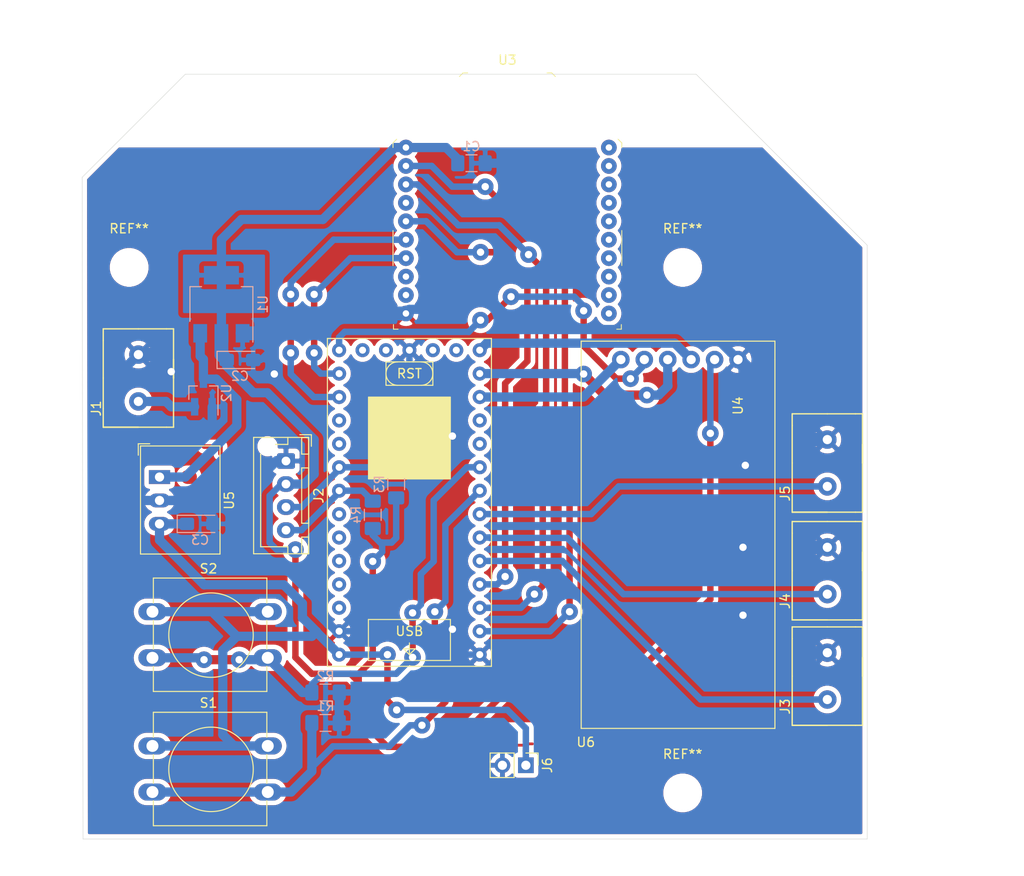
<source format=kicad_pcb>
(kicad_pcb (version 20171130) (host pcbnew 5.1.5-52549c5~84~ubuntu19.04.1)
  (layers (0 F.Cu signal) (31 B.Cu signal) (34 B.Paste user) (35 F.Paste user) (36 B.SilkS user) (37 F.SilkS user) (38 B.Mask user) (39 F.Mask user) (44 Edge.Cuts user))
  (net 0 "")
  (net 1 /PWM0_XBEE)
  (net 2 GND)
  (net 3 /PWM1_XBEE)
  (net 4 /Xbee-reset)
  (net 5 /IO1)
  (net 6 /IO2)
  (net 7 /SDA)
  (net 8 /IO3)
  (net 9 /SCL)
  (net 10 +5V)
  (net 11 /~CS)
  (net 12 /MOSI)
  (net 13 +12V)
  (net 14 /MISO)
  (net 15 /SCK)
  (net 16 "Net-(J1-Pad2)")
  (net 17 /DOUT)
  (net 18 +3V3)
  (net 19 /DIN)
  (net 20 /Bouton1_IN)
  (net 21 /Bouton2_IN)
  (net 22 "Net-(U3-Pad4)")
  (net 23 "Net-(U3-Pad8)")
  (net 24 "Net-(U3-Pad9)")
  (net 25 "Net-(U3-Pad11)")
  (net 26 "Net-(U3-Pad12)")
  (net 27 "Net-(U3-Pad13)")
  (net 28 "Net-(U3-Pad14)")
  (net 29 "Net-(U3-Pad15)")
  (net 30 "Net-(U3-Pad16)")
  (net 31 "Net-(U3-Pad17)")
  (net 32 "Net-(U3-Pad18)")
  (net 33 "Net-(U3-Pad19)")
  (net 34 "Net-(U3-Pad20)")
  (net 35 "Net-(U6-Pad33)")
  (net 36 "Net-(U6-Pad32)")
  (net 37 "Net-(U6-Pad30)")
  (net 38 "Net-(U6-Pad29)")
  (net 39 "Net-(U6-Pad26)")
  (net 40 "Net-(U6-Pad25)")
  (net 41 "Net-(U6-Pad24)")
  (net 42 "Net-(U6-Pad23)")
  (net 43 "Net-(U6-Pad22)")
  (net 44 "Net-(U6-Pad19)")
  (net 45 "Net-(U6-Pad18)")
  (net 46 "Net-(U6-Pad11)")
  (net 47 "Net-(U6-Pad10)")
  (module Capteurs:HW-125 (layer F.Cu) (at 224 66 270)
    (fp_text reference U4 (at 5 0 90) (layer F.SilkS))
    (fp_text value SD_card)
    (pad 6 thru_hole circle (at 0 12.7 270) (size 1.9 1.9) (drill 1) (layers *.Cu *.Mask) (net 11 /~CS))
    (pad 5 thru_hole circle (at 0 10.16 270) (size 1.9 1.9) (drill 1) (layers *.Cu *.Mask) (net 15 /SCK))
    (pad 4 thru_hole circle (at 0 7.62 270) (size 1.9 1.9) (drill 1) (layers *.Cu *.Mask) (net 12 /MOSI))
    (pad 3 thru_hole circle (at 0 5.08 270) (size 1.9 1.9) (drill 1) (layers *.Cu *.Mask) (net 14 /MISO))
    (pad 2 thru_hole circle (at 0 2.54 270) (size 1.9 1.9) (drill 1) (layers *.Cu *.Mask) (net 18 +3V3))
    (pad 1 thru_hole circle (at 0 0 270) (size 1.9 1.9) (drill 1) (layers *.Cu *.Mask) (net 2 GND))
  )
  (module Package_TO_SOT_SMD:SOT-23_Handsoldering (layer B.Cu) (at 166.05 69.62 90)
    (fp_text reference U2 (at 0 2.5 270) (layer B.SilkS) (effects (justify mirror)))
    (fp_text value PMOS)
    (pad 2 smd rect (at 1.5 0 90) (size 1.9 0.8) (layers B.Cu B.Paste B.Mask) (net 13 +12V))
    (pad 3 smd rect (at -1.5 -0.95 90) (size 1.9 0.8) (layers B.Cu B.Paste B.Mask) (net 16 "Net-(J1-Pad2)"))
    (pad 1 smd rect (at -1.5 0.95 90) (size 1.9 0.8) (layers B.Cu B.Paste B.Mask) (net 2 GND))
  )
  (module Connector_PinHeader_2.54mm:PinHeader_1x02_P2.54mm_Vertical (layer F.Cu) (at 201 110 270)
    (fp_text reference J6 (at 0 -2.33 90) (layer F.SilkS))
    (fp_text value Conn_01x02)
    (pad 2 thru_hole oval (at 0 2.54 270) (size 1.7 1.7) (drill 1) (layers *.Cu *.Mask) (net 2 GND))
    (pad 1 thru_hole rect (at 0 0 270) (size 1.7 1.7) (drill 1) (layers *.Cu *.Mask) (net 10 +5V))
  )
  (module MountingHole:MountingHole_3.2mm_M3 (layer F.Cu) (at 158 56)
    (fp_text reference REF** (at 0 -4.2) (layer F.SilkS))
    (fp_text value MountingHole_3.2mm_M3)
    (pad 1 np_thru_hole circle (at 0 0) (size 3.2 3.2) (drill 3.2) (layers *.Cu *.Mask))
  )
  (module MountingHole:MountingHole_3.2mm_M3 (layer F.Cu) (at 218 113)
    (fp_text reference REF** (at 0 -4.2) (layer F.SilkS))
    (fp_text value MountingHole_3.2mm_M3)
    (pad 1 np_thru_hole circle (at 0 0) (size 3.2 3.2) (drill 3.2) (layers *.Cu *.Mask))
  )
  (module MountingHole:MountingHole_3.2mm_M3 (layer F.Cu) (at 218 56)
    (fp_text reference REF** (at 0 -4.2) (layer F.SilkS))
    (fp_text value MountingHole_3.2mm_M3)
    (pad 1 np_thru_hole circle (at 0 0) (size 3.2 3.2) (drill 3.2) (layers *.Cu *.Mask))
  )
  (module RTS:TEENSY3.2_RTS (layer F.Cu) (at 196 98 180)
    (fp_text reference U6 (at -11.5 -9.5) (layer F.SilkS))
    (fp_text value TEENSY3.2)
    (fp_text user RST (at 7.62 30.48) (layer F.SilkS))
    (fp_text user USB (at 7.62 2.54) (layer F.SilkS))
    (pad 33 thru_hole circle (at 12.7 33.02 180) (size 1.524 1.524) (drill 0.762) (layers *.Cu *.Mask) (net 35 "Net-(U6-Pad33)"))
    (pad 32 thru_hole circle (at 10.16 33.02 180) (size 1.524 1.524) (drill 0.762) (layers *.Cu *.Mask) (net 36 "Net-(U6-Pad32)"))
    (pad 31 thru_hole circle (at 7.62 33.02 180) (size 1.524 1.524) (drill 0.762) (layers *.Cu *.Mask) (net 2 GND))
    (pad 30 thru_hole circle (at 5.08 33.02 180) (size 1.524 1.524) (drill 0.762) (layers *.Cu *.Mask) (net 37 "Net-(U6-Pad30)"))
    (pad 29 thru_hole circle (at 2.54 33.02 180) (size 1.524 1.524) (drill 0.762) (layers *.Cu *.Mask) (net 38 "Net-(U6-Pad29)"))
    (pad 28 thru_hole circle (at 15.24 0 180) (size 1.524 1.524) (drill 0.762) (layers *.Cu *.Mask) (net 10 +5V))
    (pad 27 thru_hole circle (at 15.24 2.54 180) (size 1.524 1.524) (drill 0.762) (layers *.Cu *.Mask) (net 2 GND))
    (pad 26 thru_hole circle (at 15.24 5.08 180) (size 1.524 1.524) (drill 0.762) (layers *.Cu *.Mask) (net 39 "Net-(U6-Pad26)"))
    (pad 25 thru_hole circle (at 15.24 7.62 180) (size 1.524 1.524) (drill 0.762) (layers *.Cu *.Mask) (net 40 "Net-(U6-Pad25)"))
    (pad 24 thru_hole circle (at 15.24 10.16 180) (size 1.524 1.524) (drill 0.762) (layers *.Cu *.Mask) (net 41 "Net-(U6-Pad24)"))
    (pad 23 thru_hole circle (at 15.24 12.7 180) (size 1.524 1.524) (drill 0.762) (layers *.Cu *.Mask) (net 42 "Net-(U6-Pad23)"))
    (pad 22 thru_hole circle (at 15.24 15.24 180) (size 1.524 1.524) (drill 0.762) (layers *.Cu *.Mask) (net 43 "Net-(U6-Pad22)"))
    (pad 21 thru_hole circle (at 15.24 17.78 180) (size 1.524 1.524) (drill 0.762) (layers *.Cu *.Mask) (net 9 /SCL))
    (pad 20 thru_hole circle (at 15.24 20.32 180) (size 1.524 1.524) (drill 0.762) (layers *.Cu *.Mask) (net 7 /SDA))
    (pad 19 thru_hole circle (at 15.24 22.86 180) (size 1.524 1.524) (drill 0.762) (layers *.Cu *.Mask) (net 44 "Net-(U6-Pad19)"))
    (pad 18 thru_hole circle (at 15.24 25.4 180) (size 1.524 1.524) (drill 0.762) (layers *.Cu *.Mask) (net 45 "Net-(U6-Pad18)"))
    (pad 17 thru_hole circle (at 15.24 27.94 180) (size 1.524 1.524) (drill 0.762) (layers *.Cu *.Mask) (net 1 /PWM0_XBEE))
    (pad 16 thru_hole circle (at 15.24 30.48 180) (size 1.524 1.524) (drill 0.762) (layers *.Cu *.Mask) (net 3 /PWM1_XBEE))
    (pad 15 thru_hole circle (at 15.24 33.02 180) (size 1.524 1.524) (drill 0.762) (layers *.Cu *.Mask) (net 15 /SCK))
    (pad 14 thru_hole circle (at 0 33.02 180) (size 1.524 1.524) (drill 0.762) (layers *.Cu *.Mask) (net 14 /MISO))
    (pad 13 thru_hole circle (at 0 30.48 180) (size 1.524 1.524) (drill 0.762) (layers *.Cu *.Mask) (net 12 /MOSI))
    (pad 12 thru_hole circle (at 0 27.94 180) (size 1.524 1.524) (drill 0.762) (layers *.Cu *.Mask) (net 11 /~CS))
    (pad 11 thru_hole circle (at 0 25.4 180) (size 1.524 1.524) (drill 0.762) (layers *.Cu *.Mask) (net 46 "Net-(U6-Pad11)"))
    (pad 10 thru_hole circle (at 0 22.86 180) (size 1.524 1.524) (drill 0.762) (layers *.Cu *.Mask) (net 47 "Net-(U6-Pad10)"))
    (pad 9 thru_hole circle (at 0 20.32 180) (size 1.524 1.524) (drill 0.762) (layers *.Cu *.Mask) (net 21 /Bouton2_IN))
    (pad 8 thru_hole circle (at 0 17.78 180) (size 1.524 1.524) (drill 0.762) (layers *.Cu *.Mask) (net 20 /Bouton1_IN))
    (pad 7 thru_hole circle (at 0 15.24 180) (size 1.524 1.524) (drill 0.762) (layers *.Cu *.Mask) (net 8 /IO3))
    (pad 6 thru_hole circle (at 0 12.7 180) (size 1.524 1.524) (drill 0.762) (layers *.Cu *.Mask) (net 6 /IO2))
    (pad 5 thru_hole circle (at 0 10.16 180) (size 1.524 1.524) (drill 0.762) (layers *.Cu *.Mask) (net 5 /IO1))
    (pad 4 thru_hole circle (at 0 7.62 180) (size 1.524 1.524) (drill 0.762) (layers *.Cu *.Mask) (net 4 /Xbee-reset))
    (pad 3 thru_hole circle (at 0 5.08 180) (size 1.524 1.524) (drill 0.762) (layers *.Cu *.Mask) (net 19 /DIN))
    (pad 2 thru_hole circle (at 0 2.54 180) (size 1.524 1.524) (drill 0.762) (layers *.Cu *.Mask) (net 17 /DOUT))
    (pad 1 thru_hole circle (at 0 0 180) (size 1.524 1.524) (drill 0.762) (layers *.Cu *.Mask) (net 2 GND))
  )
  (module Converter_DCDC:Converter_DCDC_RECOM_R-78E-0.5_THT (layer F.Cu) (at 161.29 78.74 270)
    (fp_text reference U5 (at 2.54 -7.56 90) (layer F.SilkS))
    (fp_text value R-78C5.0-1.0)
    (pad 3 thru_hole oval (at 5.08 0 270) (size 1.5 2.3) (drill 1) (layers *.Cu *.Mask) (net 10 +5V))
    (pad 2 thru_hole oval (at 2.54 0 270) (size 1.5 2.3) (drill 1) (layers *.Cu *.Mask) (net 2 GND))
    (pad 1 thru_hole rect (at 0 0 270) (size 1.5 2.3) (drill 1) (layers *.Cu *.Mask) (net 13 +12V))
  )
  (module digikey-footprints:XBEE-20_THT (layer F.Cu) (at 199 52)
    (fp_text reference U3 (at 0 -18.49) (layer F.SilkS))
    (fp_text value Xbee802.15.4)
    (pad 20 thru_hole circle (at 11 -9) (size 1.7 1.7) (drill 0.7) (layers *.Cu *.Mask) (net 34 "Net-(U3-Pad20)"))
    (pad 19 thru_hole circle (at 11 -7) (size 1.7 1.7) (drill 0.7) (layers *.Cu *.Mask) (net 33 "Net-(U3-Pad19)"))
    (pad 18 thru_hole circle (at 11 -5) (size 1.7 1.7) (drill 0.7) (layers *.Cu *.Mask) (net 32 "Net-(U3-Pad18)"))
    (pad 17 thru_hole circle (at 11 -3) (size 1.7 1.7) (drill 0.7) (layers *.Cu *.Mask) (net 31 "Net-(U3-Pad17)"))
    (pad 16 thru_hole circle (at 11 -1) (size 1.7 1.7) (drill 0.7) (layers *.Cu *.Mask) (net 30 "Net-(U3-Pad16)"))
    (pad 15 thru_hole circle (at 11 1) (size 1.7 1.7) (drill 0.7) (layers *.Cu *.Mask) (net 29 "Net-(U3-Pad15)"))
    (pad 14 thru_hole circle (at 11 3) (size 1.7 1.7) (drill 0.7) (layers *.Cu *.Mask) (net 28 "Net-(U3-Pad14)"))
    (pad 13 thru_hole circle (at 11 5) (size 1.7 1.7) (drill 0.7) (layers *.Cu *.Mask) (net 27 "Net-(U3-Pad13)"))
    (pad 12 thru_hole circle (at 11 7) (size 1.7 1.7) (drill 0.7) (layers *.Cu *.Mask) (net 26 "Net-(U3-Pad12)"))
    (pad 11 thru_hole circle (at 11 9) (size 1.7 1.7) (drill 0.7) (layers *.Cu *.Mask) (net 25 "Net-(U3-Pad11)"))
    (pad 10 thru_hole circle (at -11 9) (size 1.7 1.7) (drill 0.7) (layers *.Cu *.Mask) (net 2 GND))
    (pad 9 thru_hole circle (at -11 7) (size 1.7 1.7) (drill 0.7) (layers *.Cu *.Mask) (net 24 "Net-(U3-Pad9)"))
    (pad 8 thru_hole circle (at -11 5) (size 1.7 1.7) (drill 0.7) (layers *.Cu *.Mask) (net 23 "Net-(U3-Pad8)"))
    (pad 7 thru_hole circle (at -11 3) (size 1.7 1.7) (drill 0.7) (layers *.Cu *.Mask) (net 3 /PWM1_XBEE))
    (pad 6 thru_hole circle (at -11 1) (size 1.7 1.7) (drill 0.7) (layers *.Cu *.Mask) (net 1 /PWM0_XBEE))
    (pad 5 thru_hole circle (at -11 -1) (size 1.7 1.7) (drill 0.7) (layers *.Cu *.Mask) (net 4 /Xbee-reset))
    (pad 4 thru_hole circle (at -11 -3) (size 1.7 1.7) (drill 0.7) (layers *.Cu *.Mask) (net 22 "Net-(U3-Pad4)"))
    (pad 3 thru_hole circle (at -11 -5) (size 1.7 1.7) (drill 0.7) (layers *.Cu *.Mask) (net 19 /DIN))
    (pad 2 thru_hole circle (at -11 -7) (size 1.7 1.7) (drill 0.7) (layers *.Cu *.Mask) (net 17 /DOUT))
    (pad 1 thru_hole circle (at -11 -9) (size 1.7 1.7) (drill 0.7) (layers *.Cu *.Mask) (net 18 +3V3))
  )
  (module Package_TO_SOT_SMD:SOT-223-3_TabPin2 (layer B.Cu) (at 168 60 90)
    (fp_text reference U1 (at 0 4.5 270) (layer B.SilkS) (effects (justify mirror)))
    (fp_text value AMS1117-3.3)
    (pad 1 smd rect (at -3.15 2.3 90) (size 2 1.5) (layers B.Cu B.Paste B.Mask) (net 2 GND))
    (pad 3 smd rect (at -3.15 -2.3 90) (size 2 1.5) (layers B.Cu B.Paste B.Mask) (net 13 +12V))
    (pad 2 smd rect (at -3.15 0 90) (size 2 1.5) (layers B.Cu B.Paste B.Mask) (net 18 +3V3))
    (pad 2 smd rect (at 3.15 0 90) (size 2 3.8) (layers B.Cu B.Paste B.Mask) (net 18 +3V3))
  )
  (module Button_Switch_THT:SW_PUSH-12mm (layer F.Cu) (at 160.524 93.344)
    (fp_text reference S2 (at 6.08 -4.66) (layer F.SilkS))
    (fp_text value GPTS203211B)
    (pad 2 thru_hole oval (at 0 5) (size 3.048 1.85) (drill 1.3) (layers *.Cu *.Mask) (net 21 /Bouton2_IN))
    (pad 1 thru_hole oval (at 0 0) (size 3.048 1.85) (drill 1.3) (layers *.Cu *.Mask) (net 10 +5V))
    (pad 2 thru_hole oval (at 12.5 5) (size 3.048 1.85) (drill 1.3) (layers *.Cu *.Mask) (net 21 /Bouton2_IN))
    (pad 1 thru_hole oval (at 12.5 0) (size 3.048 1.85) (drill 1.3) (layers *.Cu *.Mask) (net 10 +5V))
  )
  (module Button_Switch_THT:SW_PUSH-12mm (layer F.Cu) (at 160.524 107.904)
    (fp_text reference S1 (at 6.08 -4.66) (layer F.SilkS))
    (fp_text value GPTS203211B)
    (pad 2 thru_hole oval (at 0 5) (size 3.048 1.85) (drill 1.3) (layers *.Cu *.Mask) (net 20 /Bouton1_IN))
    (pad 1 thru_hole oval (at 0 0) (size 3.048 1.85) (drill 1.3) (layers *.Cu *.Mask) (net 10 +5V))
    (pad 2 thru_hole oval (at 12.5 5) (size 3.048 1.85) (drill 1.3) (layers *.Cu *.Mask) (net 20 /Bouton1_IN))
    (pad 1 thru_hole oval (at 12.5 0) (size 3.048 1.85) (drill 1.3) (layers *.Cu *.Mask) (net 10 +5V))
  )
  (module Resistor_SMD:R_1206_3216Metric_Pad1.42x1.75mm_HandSolder (layer B.Cu) (at 184.404 82.8405 270)
    (fp_text reference R4 (at 0 1.82 90) (layer B.SilkS) (effects (justify mirror)))
    (fp_text value R)
    (pad 2 smd roundrect (at 1.4875 0 270) (size 1.425 1.75) (layers B.Cu B.Paste B.Mask) (roundrect_rratio 0.175439) (net 18 +3V3))
    (pad 1 smd roundrect (at -1.4875 0 270) (size 1.425 1.75) (layers B.Cu B.Paste B.Mask) (roundrect_rratio 0.175439) (net 9 /SCL))
  )
  (module Resistor_SMD:R_1206_3216Metric_Pad1.42x1.75mm_HandSolder (layer B.Cu) (at 186.944 79.5125 270)
    (fp_text reference R3 (at 0 1.82 270) (layer B.SilkS) (effects (justify mirror)))
    (fp_text value R)
    (pad 2 smd roundrect (at 1.4875 0 270) (size 1.425 1.75) (layers B.Cu B.Paste B.Mask) (roundrect_rratio 0.175439) (net 18 +3V3))
    (pad 1 smd roundrect (at -1.4875 0 270) (size 1.425 1.75) (layers B.Cu B.Paste B.Mask) (roundrect_rratio 0.175439) (net 7 /SDA))
  )
  (module Resistor_SMD:R_1206_3216Metric_Pad1.42x1.75mm_HandSolder (layer B.Cu) (at 179.2875 102.108 180)
    (fp_text reference R2 (at 0 1.82) (layer B.SilkS) (effects (justify mirror)))
    (fp_text value "1kR pull-down")
    (pad 2 smd roundrect (at 1.4875 0 180) (size 1.425 1.75) (layers B.Cu B.Paste B.Mask) (roundrect_rratio 0.175439) (net 21 /Bouton2_IN))
    (pad 1 smd roundrect (at -1.4875 0 180) (size 1.425 1.75) (layers B.Cu B.Paste B.Mask) (roundrect_rratio 0.175439) (net 2 GND))
  )
  (module Resistor_SMD:R_1206_3216Metric_Pad1.42x1.75mm_HandSolder (layer B.Cu) (at 179.2875 105.41 180)
    (fp_text reference R1 (at 0 1.82) (layer B.SilkS) (effects (justify mirror)))
    (fp_text value "1kR pull-down")
    (pad 2 smd roundrect (at 1.4875 0 180) (size 1.425 1.75) (layers B.Cu B.Paste B.Mask) (roundrect_rratio 0.175439) (net 20 /Bouton1_IN))
    (pad 1 smd roundrect (at -1.4875 0 180) (size 1.425 1.75) (layers B.Cu B.Paste B.Mask) (roundrect_rratio 0.175439) (net 2 GND))
  )
  (module rex:BatConn (layer F.Cu) (at 233.68 77.216 90)
    (fp_text reference J5 (at -3.302 -4.572 90) (layer F.SilkS))
    (fp_text value Conn_01x02)
    (pad 2 thru_hole circle (at -2.54 0 90) (size 2 2) (drill 1) (layers *.Cu *.Mask) (net 8 /IO3))
    (pad 1 thru_hole circle (at 2.54 0 90) (size 2 2) (drill 1) (layers *.Cu *.Mask) (net 2 GND))
  )
  (module rex:BatConn (layer F.Cu) (at 233.68 88.9 90)
    (fp_text reference J4 (at -3.302 -4.572 90) (layer F.SilkS))
    (fp_text value Conn_01x02)
    (pad 2 thru_hole circle (at -2.54 0 90) (size 2 2) (drill 1) (layers *.Cu *.Mask) (net 6 /IO2))
    (pad 1 thru_hole circle (at 2.54 0 90) (size 2 2) (drill 1) (layers *.Cu *.Mask) (net 2 GND))
  )
  (module rex:BatConn (layer F.Cu) (at 233.68 100.33 90)
    (fp_text reference J3 (at -3.302 -4.572 90) (layer F.SilkS))
    (fp_text value Conn_01x02)
    (pad 2 thru_hole circle (at -2.54 0 90) (size 2 2) (drill 1) (layers *.Cu *.Mask) (net 5 /IO1))
    (pad 1 thru_hole circle (at 2.54 0 90) (size 2 2) (drill 1) (layers *.Cu *.Mask) (net 2 GND))
  )
  (module Connector_JST:JST_XH_B4B-XH-AM_1x04_P2.50mm_Vertical (layer F.Cu) (at 175 77 270)
    (fp_text reference J2 (at 3.75 -3.55 90) (layer F.SilkS))
    (fp_text value Conn_01x04)
    (pad "" np_thru_hole circle (at -1.6 2 270) (size 1.2 1.2) (drill 1.2) (layers *.Cu *.Mask))
    (pad 4 thru_hole oval (at 7.5 0 270) (size 1.7 1.95) (drill 0.95) (layers *.Cu *.Mask) (net 9 /SCL))
    (pad 3 thru_hole oval (at 5 0 270) (size 1.7 1.95) (drill 0.95) (layers *.Cu *.Mask) (net 7 /SDA))
    (pad 2 thru_hole oval (at 2.5 0 270) (size 1.7 1.95) (drill 0.95) (layers *.Cu *.Mask) (net 18 +3V3))
    (pad 1 thru_hole roundrect (at 0 0 270) (size 1.7 1.95) (drill 0.95) (layers *.Cu *.Mask) (roundrect_rratio 0.147059) (net 2 GND))
  )
  (module rex:BatConn (layer F.Cu) (at 159 68 90)
    (fp_text reference J1 (at -3.302 -4.572 90) (layer F.SilkS))
    (fp_text value Conn_01x02)
    (pad 2 thru_hole circle (at -2.54 0 90) (size 2 2) (drill 1) (layers *.Cu *.Mask) (net 16 "Net-(J1-Pad2)"))
    (pad 1 thru_hole circle (at 2.54 0 90) (size 2 2) (drill 1) (layers *.Cu *.Mask) (net 2 GND))
  )
  (module Capacitor_Tantalum_SMD:CP_EIA-3216-18_Kemet-A_Pad1.58x1.35mm_HandSolder (layer B.Cu) (at 165.6945 83.82)
    (fp_text reference C3 (at 0 1.75) (layer B.SilkS) (effects (justify mirror)))
    (fp_text value "10uf MLCC")
    (pad 2 smd roundrect (at 1.4375 0) (size 1.575 1.35) (layers B.Cu B.Paste B.Mask) (roundrect_rratio 0.185185) (net 2 GND))
    (pad 1 smd roundrect (at -1.4375 0) (size 1.575 1.35) (layers B.Cu B.Paste B.Mask) (roundrect_rratio 0.185185) (net 10 +5V))
  )
  (module Capacitor_Tantalum_SMD:CP_EIA-3216-18_Kemet-A_Pad1.58x1.35mm_HandSolder (layer B.Cu) (at 170.0125 66.04)
    (fp_text reference C2 (at 0 1.75) (layer B.SilkS) (effects (justify mirror)))
    (fp_text value 10uF_tantalum_AMS1117)
    (pad 2 smd roundrect (at 1.4375 0) (size 1.575 1.35) (layers B.Cu B.Paste B.Mask) (roundrect_rratio 0.185185) (net 2 GND))
    (pad 1 smd roundrect (at -1.4375 0) (size 1.575 1.35) (layers B.Cu B.Paste B.Mask) (roundrect_rratio 0.185185) (net 18 +3V3))
  )
  (module Capacitor_SMD:C_1206_3216Metric_Pad1.42x1.75mm_HandSolder (layer B.Cu) (at 195.1085 44.704 180)
    (fp_text reference C1 (at 0 1.82) (layer B.SilkS) (effects (justify mirror)))
    (fp_text value 10uF)
    (pad 2 smd roundrect (at 1.4875 0 180) (size 1.425 1.75) (layers B.Cu B.Paste B.Mask) (roundrect_rratio 0.175439) (net 18 +3V3))
    (pad 1 smd roundrect (at -1.4875 0 180) (size 1.425 1.75) (layers B.Cu B.Paste B.Mask) (roundrect_rratio 0.175439) (net 2 GND))
  )
  (gr_line (start 152.908 46.228) (end 153 118) (layer Edge.Cuts) (width 0.05))
  (gr_line (start 164.084 35.052) (end 219.456 35.052) (layer Edge.Cuts) (width 0.05))
  (gr_line (start 152.908 46.228) (end 164.084 35.052) (layer Edge.Cuts) (width 0.05))
  (gr_line (start 237.998 53.594) (end 238 118) (layer Edge.Cuts) (width 0.05))
  (gr_line (start 219.456 35.052) (end 237.998 53.594) (layer Edge.Cuts) (width 0.05))
  (gr_text "3\n2\n1" (at 229.616 109.728) (layer F.Cu) (effects (font (size 1.5 1.5) (thickness 0.3))))
  (gr_text "GND\nIO" (at 233.68 108.458) (layer F.Cu) (effects (font (size 1.5 1.5) (thickness 0.3))))
  (gr_text -|+ (at 200 114) (layer F.Cu) (effects (font (size 2 2) (thickness 0.5))))
  (gr_text LCD_LED (at 200 107) (layer F.Cu) (effects (font (size 1.5 1.5) (thickness 0.3))))
  (gr_line (start 238 118) (end 153 118) (layer Edge.Cuts) (width 0.05))
  (segment (start 159.004 76.2) (end 159.004 76.708) (width 1) (layer F.Cu) (net 0))
  (segment (start 159.004 76.708) (end 159.004 75.692) (width 1) (layer F.Cu) (net 0))
  (segment (start 159.004 75.692) (end 159.004 75.184) (width 1) (layer F.Cu) (net 0))
  (segment (start 157.988 75.692) (end 160.02 75.692) (width 1) (layer F.Cu) (net 0))
  (segment (start 159.004 75.184) (end 159.004 74.676) (width 1) (layer F.Cu) (net 0))
  (segment (start 166.116 75.438) (end 167.894 75.438) (width 0.5) (layer F.Cu) (net 0))
  (segment (start 167.894 75.438) (end 167.894 76.2) (width 0.5) (layer F.Cu) (net 0))
  (segment (start 164.338 78.74) (end 164.592 78.74) (width 1.5) (layer F.Cu) (net 0))
  (segment (start 180.76 70.06) (end 178.01 70.06) (width 0.7) (layer B.Cu) (net 1))
  (via (at 175.514 65.278) (size 1.8) (drill 0.8) (layers F.Cu B.Cu) (net 1))
  (segment (start 178.01 70.06) (end 175.514 67.564) (width 0.7) (layer B.Cu) (net 1))
  (segment (start 175.514 67.564) (end 175.514 65.278) (width 0.7) (layer B.Cu) (net 1))
  (via (at 175.514 58.928) (size 1.8) (drill 0.8) (layers F.Cu B.Cu) (net 1))
  (segment (start 175.514 65.278) (end 175.514 58.928) (width 0.7) (layer F.Cu) (net 1))
  (segment (start 186.797919 53) (end 188 53) (width 0.7) (layer B.Cu) (net 1))
  (segment (start 180.169208 53) (end 186.797919 53) (width 0.7) (layer B.Cu) (net 1))
  (segment (start 175.514 57.655208) (end 180.169208 53) (width 0.7) (layer B.Cu) (net 1))
  (segment (start 175.514 58.928) (end 175.514 57.655208) (width 0.7) (layer B.Cu) (net 1))
  (segment (start 188 61) (end 175.22 61) (width 1.5) (layer B.Cu) (net 2))
  (segment (start 173.07 63.15) (end 170.3 63.15) (width 1.5) (layer B.Cu) (net 2))
  (segment (start 175.22 61) (end 173.07 63.15) (width 1.5) (layer B.Cu) (net 2))
  (segment (start 180.775 105.41) (end 180.775 102.108) (width 1) (layer B.Cu) (net 2))
  (segment (start 169.745 81.28) (end 163.44 81.28) (width 1) (layer B.Cu) (net 2))
  (segment (start 163.44 81.28) (end 161.29 81.28) (width 1) (layer B.Cu) (net 2))
  (segment (start 188.369999 60.550001) (end 193.449999 60.550001) (width 1) (layer B.Cu) (net 2))
  (segment (start 188 61) (end 188 60.92) (width 1) (layer B.Cu) (net 2))
  (segment (start 188 60.92) (end 188.369999 60.550001) (width 1) (layer B.Cu) (net 2))
  (segment (start 193.449999 60.550001) (end 194.945 59.055) (width 1) (layer B.Cu) (net 2))
  (segment (start 220.726 62.738) (end 220.738 62.738) (width 0.7) (layer B.Cu) (net 2))
  (segment (start 194.945 59.055) (end 195.072 59.182) (width 0.7) (layer B.Cu) (net 2))
  (segment (start 180.76 95.46) (end 188.678 95.46) (width 0.7) (layer B.Cu) (net 2))
  (segment (start 188.678 95.46) (end 191.218 98) (width 0.7) (layer B.Cu) (net 2))
  (segment (start 192.83 98) (end 192.83 98.254) (width 0.7) (layer B.Cu) (net 2))
  (segment (start 192.83 98) (end 196 98) (width 0.7) (layer B.Cu) (net 2))
  (segment (start 191.218 98) (end 192.83 98) (width 0.7) (layer B.Cu) (net 2))
  (segment (start 188.976 102.108) (end 180.775 102.108) (width 0.7) (layer B.Cu) (net 2))
  (segment (start 192.83 98.254) (end 188.976 102.108) (width 0.7) (layer B.Cu) (net 2))
  (via (at 173.736 67.564) (size 1.8) (drill 0.8) (layers F.Cu B.Cu) (net 2))
  (segment (start 165.354 67.31) (end 173.482 67.31) (width 1) (layer F.Cu) (net 2))
  (via (at 224.536 93.726) (size 1.8) (drill 0.8) (layers F.Cu B.Cu) (net 2))
  (segment (start 233.68 97.79) (end 228.6 97.79) (width 1.5) (layer B.Cu) (net 2))
  (segment (start 228.6 97.79) (end 224.536 93.726) (width 1.5) (layer B.Cu) (net 2))
  (via (at 224.536 86.36) (size 1.8) (drill 0.8) (layers F.Cu B.Cu) (net 2))
  (segment (start 224.536 93.726) (end 224.536 86.36) (width 1.5) (layer F.Cu) (net 2))
  (segment (start 224.536 86.36) (end 233.68 86.36) (width 1.5) (layer B.Cu) (net 2))
  (segment (start 233.68 74.676) (end 227.584 74.676) (width 1.5) (layer B.Cu) (net 2))
  (via (at 224.79 77.47) (size 1.8) (drill 0.8) (layers F.Cu B.Cu) (net 2))
  (segment (start 227.584 74.676) (end 224.79 77.47) (width 1.5) (layer B.Cu) (net 2))
  (segment (start 224.79 86.106) (end 224.536 86.36) (width 1.5) (layer F.Cu) (net 2))
  (segment (start 224.79 77.47) (end 224.79 86.106) (width 1.5) (layer F.Cu) (net 2))
  (segment (start 224.79 66.79) (end 224 66) (width 1.5) (layer B.Cu) (net 2))
  (segment (start 224.79 77.47) (end 224.79 66.79) (width 1.5) (layer B.Cu) (net 2))
  (segment (start 200.406 62.738) (end 196.85 59.182) (width 1) (layer B.Cu) (net 2))
  (segment (start 220.726 62.738) (end 200.406 62.738) (width 1) (layer B.Cu) (net 2))
  (segment (start 195.072 59.182) (end 196.85 59.182) (width 1) (layer B.Cu) (net 2))
  (segment (start 223.226001 65.238001) (end 220.726 62.738) (width 1) (layer B.Cu) (net 2))
  (segment (start 223.238001 65.238001) (end 223.226001 65.238001) (width 1) (layer B.Cu) (net 2))
  (segment (start 224 66) (end 223.238001 65.238001) (width 1) (layer B.Cu) (net 2))
  (segment (start 159.14 81.28) (end 161.29 81.28) (width 1) (layer B.Cu) (net 2))
  (segment (start 156.972 79.112) (end 159.14 81.28) (width 1) (layer B.Cu) (net 2))
  (segment (start 159 65.46) (end 156.972 67.488) (width 1) (layer B.Cu) (net 2))
  (segment (start 169.672 81.28) (end 173.99 76.962) (width 1) (layer B.Cu) (net 2))
  (segment (start 174.025 77) (end 173.99 76.962) (width 1) (layer B.Cu) (net 2))
  (segment (start 173.99 76.962) (end 169.745 81.28) (width 1) (layer B.Cu) (net 2))
  (segment (start 175 77) (end 174.025 77) (width 1) (layer B.Cu) (net 2))
  (segment (start 167.132 83.145) (end 165.267 81.28) (width 1) (layer B.Cu) (net 2))
  (segment (start 167.132 83.82) (end 167.132 83.145) (width 1) (layer B.Cu) (net 2))
  (segment (start 161.29 81.28) (end 164.338 81.28) (width 1) (layer B.Cu) (net 2))
  (segment (start 165.267 81.28) (end 164.338 81.28) (width 1) (layer B.Cu) (net 2))
  (segment (start 164.338 81.28) (end 169.672 81.28) (width 1) (layer B.Cu) (net 2))
  (segment (start 173.07 63.15) (end 173.07 64.104) (width 1) (layer B.Cu) (net 2))
  (segment (start 173.736 64.77) (end 173.736 67.564) (width 1) (layer B.Cu) (net 2))
  (segment (start 173.07 64.104) (end 173.736 64.77) (width 1) (layer B.Cu) (net 2))
  (segment (start 173.5075 64.77) (end 173.736 64.77) (width 0.7) (layer B.Cu) (net 2))
  (segment (start 172.2375 66.04) (end 173.5075 64.77) (width 0.7) (layer B.Cu) (net 2))
  (segment (start 171.45 66.04) (end 172.2375 66.04) (width 0.7) (layer B.Cu) (net 2))
  (segment (start 180.296 95.46) (end 180.76 95.46) (width 0.7) (layer B.Cu) (net 2))
  (segment (start 178.816 93.98) (end 180.296 95.46) (width 0.7) (layer B.Cu) (net 2))
  (segment (start 170.701001 88.064001) (end 174.170001 88.064001) (width 0.7) (layer B.Cu) (net 2))
  (segment (start 167.132 84.495) (end 170.701001 88.064001) (width 0.7) (layer B.Cu) (net 2))
  (segment (start 178.816 92.71) (end 178.816 93.98) (width 0.7) (layer B.Cu) (net 2))
  (segment (start 167.132 83.82) (end 167.132 84.495) (width 0.7) (layer B.Cu) (net 2))
  (segment (start 174.170001 88.064001) (end 178.816 92.71) (width 0.7) (layer B.Cu) (net 2))
  (via (at 193.04 74.295) (size 1.8) (drill 0.8) (layers F.Cu B.Cu) (net 2))
  (segment (start 188.38 64.98) (end 188.38 69.635) (width 0.7) (layer B.Cu) (net 2))
  (segment (start 188.38 69.635) (end 193.04 74.295) (width 0.7) (layer B.Cu) (net 2))
  (segment (start 193.939999 94.350001) (end 193.04 95.25) (width 0.7) (layer F.Cu) (net 2))
  (via (at 193.04 95.25) (size 1.8) (drill 0.8) (layers F.Cu B.Cu) (net 2))
  (segment (start 193.04 74.295) (end 193.939999 75.194999) (width 0.7) (layer F.Cu) (net 2))
  (segment (start 193.939999 75.194999) (end 193.939999 94.350001) (width 0.7) (layer F.Cu) (net 2))
  (segment (start 193.939999 96.890001) (end 192.83 98) (width 0.7) (layer B.Cu) (net 2))
  (segment (start 193.939999 96.149999) (end 193.939999 96.890001) (width 0.7) (layer B.Cu) (net 2))
  (segment (start 193.04 95.25) (end 193.939999 96.149999) (width 0.7) (layer B.Cu) (net 2))
  (via (at 162.56 67.31) (size 1.8) (drill 0.8) (layers F.Cu B.Cu) (net 2))
  (segment (start 159 65.46) (end 160.71 65.46) (width 1.5) (layer B.Cu) (net 2))
  (segment (start 160.71 65.46) (end 162.56 67.31) (width 1.5) (layer B.Cu) (net 2))
  (segment (start 173.482 67.31) (end 173.736 67.564) (width 1.5) (layer F.Cu) (net 2))
  (segment (start 162.56 67.31) (end 173.482 67.31) (width 1.5) (layer F.Cu) (net 2))
  (segment (start 202.184 44.704) (end 196.596 44.704) (width 1) (layer B.Cu) (net 2))
  (segment (start 196.85 57.15) (end 203.2 57.15) (width 1) (layer B.Cu) (net 2))
  (segment (start 194.945 59.055) (end 196.85 57.15) (width 1) (layer B.Cu) (net 2))
  (segment (start 203.2 57.15) (end 204.47 55.88) (width 1) (layer B.Cu) (net 2))
  (segment (start 204.47 46.99) (end 202.184 44.704) (width 1) (layer B.Cu) (net 2))
  (segment (start 204.47 55.88) (end 204.47 46.99) (width 1) (layer B.Cu) (net 2))
  (segment (start 167 73.07) (end 166.918 73.152) (width 1) (layer B.Cu) (net 2))
  (segment (start 167 71.12) (end 167 73.07) (width 1) (layer B.Cu) (net 2))
  (segment (start 166.918 73.152) (end 160.02 73.152) (width 1) (layer B.Cu) (net 2))
  (segment (start 160.02 73.152) (end 157.48 75.692) (width 1) (layer B.Cu) (net 2))
  (segment (start 157.48 75.692) (end 156.972 76.2) (width 1) (layer B.Cu) (net 2))
  (segment (start 156.972 67.488) (end 156.972 76.2) (width 1) (layer B.Cu) (net 2))
  (segment (start 156.972 76.2) (end 156.972 79.112) (width 1) (layer B.Cu) (net 2))
  (via (at 178.054 58.928) (size 1.8) (drill 0.8) (layers F.Cu B.Cu) (net 3))
  (segment (start 188 55) (end 181.982 55) (width 0.7) (layer B.Cu) (net 3))
  (segment (start 181.982 55) (end 178.054 58.928) (width 0.7) (layer B.Cu) (net 3))
  (via (at 178.054 65.278) (size 1.8) (drill 0.8) (layers F.Cu B.Cu) (net 3))
  (segment (start 178.054 58.928) (end 178.054 65.278) (width 0.7) (layer F.Cu) (net 3))
  (segment (start 180.76 67.52) (end 178.772 67.52) (width 0.7) (layer B.Cu) (net 3))
  (segment (start 178.054 66.802) (end 178.054 65.278) (width 0.7) (layer B.Cu) (net 3))
  (segment (start 178.772 67.52) (end 178.054 66.802) (width 0.7) (layer B.Cu) (net 3))
  (via (at 198.755 89.535) (size 1.8) (drill 0.8) (layers F.Cu B.Cu) (net 4))
  (segment (start 196 90.38) (end 197.91 90.38) (width 0.7) (layer B.Cu) (net 4))
  (segment (start 197.91 90.38) (end 198.755 89.535) (width 0.7) (layer B.Cu) (net 4))
  (via (at 196.088 54.356) (size 1.8) (drill 0.8) (layers F.Cu B.Cu) (net 4))
  (segment (start 198.755 68.58) (end 198.755 89.535) (width 0.7) (layer F.Cu) (net 4))
  (segment (start 201.168 57.658) (end 201.168 66.167) (width 0.7) (layer F.Cu) (net 4))
  (segment (start 197.104 54.356) (end 197.866 54.356) (width 0.7) (layer F.Cu) (net 4))
  (segment (start 201.168 66.167) (end 198.755 68.58) (width 0.7) (layer F.Cu) (net 4))
  (segment (start 197.866 54.356) (end 201.168 57.658) (width 0.7) (layer F.Cu) (net 4))
  (segment (start 196.088 54.356) (end 197.866 54.356) (width 0.7) (layer F.Cu) (net 4))
  (segment (start 188 51) (end 190.192 51) (width 0.7) (layer B.Cu) (net 4))
  (segment (start 193.548 54.356) (end 196.088 54.356) (width 0.7) (layer B.Cu) (net 4))
  (segment (start 190.192 51) (end 193.548 54.356) (width 0.7) (layer B.Cu) (net 4))
  (segment (start 196 87.84) (end 204.934 87.84) (width 0.7) (layer B.Cu) (net 5))
  (segment (start 219.964 102.87) (end 233.68 102.87) (width 0.7) (layer B.Cu) (net 5))
  (segment (start 204.934 87.84) (end 219.964 102.87) (width 0.7) (layer B.Cu) (net 5))
  (segment (start 197.07763 85.3) (end 197.12163 85.344) (width 0.7) (layer B.Cu) (net 6))
  (segment (start 196 85.3) (end 197.07763 85.3) (width 0.7) (layer B.Cu) (net 6))
  (segment (start 197.12163 85.344) (end 205.486 85.344) (width 0.7) (layer B.Cu) (net 6))
  (segment (start 211.582 91.44) (end 233.68 91.44) (width 0.7) (layer B.Cu) (net 6))
  (segment (start 205.486 85.344) (end 211.582 91.44) (width 0.7) (layer B.Cu) (net 6))
  (segment (start 180.76 77.915) (end 180.76 77.68) (width 0.7) (layer B.Cu) (net 7))
  (segment (start 176.675 82) (end 180.76 77.915) (width 0.7) (layer B.Cu) (net 7))
  (segment (start 175 82) (end 176.675 82) (width 0.7) (layer B.Cu) (net 7))
  (segment (start 186.599 77.68) (end 186.944 78.025) (width 0.7) (layer B.Cu) (net 7))
  (segment (start 180.76 77.68) (end 186.599 77.68) (width 0.7) (layer B.Cu) (net 7))
  (segment (start 233.68 79.756) (end 211.074 79.756) (width 0.7) (layer B.Cu) (net 8))
  (segment (start 208.07 82.76) (end 196 82.76) (width 0.7) (layer B.Cu) (net 8))
  (segment (start 211.074 79.756) (end 208.07 82.76) (width 0.7) (layer B.Cu) (net 8))
  (segment (start 180.76 80.415) (end 180.76 80.22) (width 0.7) (layer B.Cu) (net 9))
  (segment (start 176.675 84.5) (end 180.76 80.415) (width 0.7) (layer B.Cu) (net 9))
  (segment (start 175 84.5) (end 176.675 84.5) (width 0.7) (layer B.Cu) (net 9))
  (segment (start 183.271 80.22) (end 184.404 81.353) (width 0.7) (layer B.Cu) (net 9))
  (segment (start 180.76 80.22) (end 183.271 80.22) (width 0.7) (layer B.Cu) (net 9))
  (segment (start 160.524 93.344) (end 163.048 93.344) (width 1) (layer B.Cu) (net 10))
  (segment (start 161.29 83.82) (end 161.29 85.57) (width 1) (layer B.Cu) (net 10))
  (segment (start 176.784 94.024) (end 176.784 92.456) (width 1) (layer B.Cu) (net 10))
  (segment (start 176.784 92.456) (end 174.752 90.424) (width 1) (layer B.Cu) (net 10))
  (segment (start 174.752 90.424) (end 166.116 90.424) (width 1) (layer B.Cu) (net 10))
  (segment (start 161.29 85.57) (end 166.116 90.424) (width 1) (layer B.Cu) (net 10))
  (segment (start 166.116 90.424) (end 166.144 90.424) (width 1) (layer B.Cu) (net 10))
  (segment (start 167.26 93.344) (end 167.26 93.6) (width 1) (layer B.Cu) (net 10))
  (segment (start 167.26 93.344) (end 173.024 93.344) (width 1) (layer B.Cu) (net 10))
  (segment (start 163.048 93.344) (end 167.26 93.344) (width 1) (layer B.Cu) (net 10))
  (segment (start 167.26 93.6) (end 169.672 96.012) (width 1) (layer B.Cu) (net 10))
  (segment (start 169.672 96.012) (end 177.8 96.012) (width 1) (layer B.Cu) (net 10))
  (segment (start 176.828 94.024) (end 176.784 94.024) (width 1) (layer B.Cu) (net 10))
  (segment (start 178.308 95.504) (end 176.828 94.024) (width 1) (layer B.Cu) (net 10))
  (segment (start 178.308 95.548) (end 180.76 98) (width 1) (layer B.Cu) (net 10))
  (segment (start 178.308 95.504) (end 178.308 95.548) (width 1) (layer B.Cu) (net 10))
  (segment (start 177.8 96.012) (end 178.308 95.504) (width 1) (layer B.Cu) (net 10))
  (segment (start 160.524 107.904) (end 163.048 107.904) (width 1) (layer B.Cu) (net 10))
  (segment (start 169.672 96.012) (end 168.148 97.536) (width 1) (layer B.Cu) (net 10))
  (segment (start 169.626 107.904) (end 173.024 107.904) (width 1) (layer B.Cu) (net 10))
  (segment (start 168.148 97.536) (end 168.148 106.68) (width 1) (layer B.Cu) (net 10))
  (segment (start 169.626 107.904) (end 160.524 107.904) (width 1) (layer B.Cu) (net 10))
  (segment (start 169.372 107.904) (end 168.148 106.68) (width 1) (layer B.Cu) (net 10))
  (segment (start 169.626 107.904) (end 169.372 107.904) (width 1) (layer B.Cu) (net 10))
  (segment (start 161.29 83.82) (end 164.257 83.82) (width 1) (layer B.Cu) (net 10))
  (segment (start 201 110) (end 201 108.45) (width 0.7) (layer B.Cu) (net 10))
  (segment (start 201 108.45) (end 201 106) (width 0.7) (layer B.Cu) (net 10))
  (segment (start 201 106) (end 199 104) (width 0.7) (layer B.Cu) (net 10))
  (via (at 186 98) (size 1.8) (drill 0.8) (layers F.Cu B.Cu) (net 10))
  (segment (start 180.76 98) (end 186 98) (width 0.7) (layer B.Cu) (net 10))
  (via (at 187 104) (size 1.8) (drill 0.8) (layers F.Cu B.Cu) (net 10))
  (segment (start 186 98) (end 186 103) (width 0.7) (layer F.Cu) (net 10))
  (segment (start 186 103) (end 187 104) (width 0.7) (layer F.Cu) (net 10))
  (segment (start 187 104) (end 199 104) (width 0.7) (layer B.Cu) (net 10))
  (segment (start 207.24 70.06) (end 211.3 66) (width 1) (layer B.Cu) (net 11))
  (segment (start 196 70.06) (end 207.24 70.06) (width 1) (layer B.Cu) (net 11))
  (via (at 207.264 67.564) (size 1.8) (drill 0.8) (layers F.Cu B.Cu) (net 12))
  (segment (start 196 67.52) (end 207.22 67.52) (width 1) (layer B.Cu) (net 12))
  (segment (start 207.22 67.52) (end 207.264 67.564) (width 1) (layer B.Cu) (net 12))
  (segment (start 207.264 67.564) (end 209.55 69.85) (width 1) (layer F.Cu) (net 12))
  (via (at 214.122 69.85) (size 1.8) (drill 0.8) (layers F.Cu B.Cu) (net 12))
  (segment (start 209.55 69.85) (end 214.122 69.85) (width 1) (layer F.Cu) (net 12))
  (segment (start 215.394792 69.85) (end 216.408 68.836792) (width 1) (layer B.Cu) (net 12))
  (segment (start 214.122 69.85) (end 215.394792 69.85) (width 1) (layer B.Cu) (net 12))
  (segment (start 216.38 68.808792) (end 216.38 66) (width 1) (layer B.Cu) (net 12))
  (segment (start 216.408 68.836792) (end 216.38 68.808792) (width 1) (layer B.Cu) (net 12))
  (segment (start 165.7 63.15) (end 165.7 65.624) (width 1) (layer B.Cu) (net 13))
  (segment (start 166.05 65.974) (end 166.05 68.12) (width 1) (layer B.Cu) (net 13))
  (segment (start 165.7 65.624) (end 166.05 65.974) (width 1) (layer B.Cu) (net 13))
  (segment (start 167.45 68.12) (end 169.672 70.342) (width 1) (layer B.Cu) (net 13))
  (segment (start 166.05 68.12) (end 167.45 68.12) (width 1) (layer B.Cu) (net 13))
  (segment (start 169.672 70.342) (end 169.672 73.152) (width 1) (layer B.Cu) (net 13))
  (segment (start 164.084 78.74) (end 161.29 78.74) (width 1) (layer B.Cu) (net 13))
  (segment (start 169.672 73.152) (end 164.084 78.74) (width 1) (layer B.Cu) (net 13))
  (segment (start 218.158001 65.238001) (end 218.92 66) (width 1) (layer B.Cu) (net 14))
  (segment (start 217.138001 64.218001) (end 218.158001 65.238001) (width 1) (layer B.Cu) (net 14))
  (segment (start 196.761999 64.218001) (end 217.138001 64.218001) (width 1) (layer B.Cu) (net 14))
  (segment (start 196 64.98) (end 196.761999 64.218001) (width 1) (layer B.Cu) (net 14))
  (segment (start 180.76 64.98) (end 180.76 63.588) (width 0.7) (layer B.Cu) (net 15))
  (segment (start 180.76 63.588) (end 181.356 62.992) (width 0.7) (layer B.Cu) (net 15))
  (via (at 196.088 61.722) (size 1.8) (drill 0.8) (layers F.Cu B.Cu) (net 15))
  (segment (start 181.356 62.992) (end 194.818 62.992) (width 0.7) (layer B.Cu) (net 15))
  (segment (start 194.818 62.992) (end 196.088 61.722) (width 0.7) (layer B.Cu) (net 15))
  (via (at 199.39 59.182) (size 1.8) (drill 0.8) (layers F.Cu B.Cu) (net 15))
  (segment (start 196.088 61.722) (end 196.85 61.722) (width 0.7) (layer F.Cu) (net 15))
  (segment (start 196.85 61.722) (end 199.39 59.182) (width 0.7) (layer F.Cu) (net 15))
  (segment (start 199.39 59.182) (end 206.248 59.182) (width 0.7) (layer B.Cu) (net 15))
  (segment (start 206.248 59.182) (end 207.264 60.198) (width 0.7) (layer B.Cu) (net 15))
  (via (at 207.264 60.706) (size 1.8) (drill 0.8) (layers F.Cu B.Cu) (net 15))
  (segment (start 207.264 60.198) (end 207.264 60.706) (width 0.7) (layer B.Cu) (net 15))
  (via (at 212.344 68.072) (size 1.8) (drill 0.8) (layers F.Cu B.Cu) (net 15))
  (segment (start 213.84 66.576) (end 212.344 68.072) (width 0.7) (layer B.Cu) (net 15))
  (segment (start 213.84 66) (end 213.84 66.576) (width 0.7) (layer B.Cu) (net 15))
  (segment (start 210.82 68.072) (end 212.344 68.072) (width 0.7) (layer F.Cu) (net 15))
  (segment (start 207.264 60.706) (end 207.264 64.516) (width 0.7) (layer F.Cu) (net 15))
  (segment (start 207.264 64.516) (end 210.82 68.072) (width 0.7) (layer F.Cu) (net 15))
  (segment (start 162.56 71.12) (end 165.1 71.12) (width 1) (layer B.Cu) (net 16))
  (segment (start 159 70.54) (end 161.98 70.54) (width 1) (layer B.Cu) (net 16))
  (segment (start 161.98 70.54) (end 162.56 71.12) (width 1) (layer B.Cu) (net 16))
  (via (at 205.74 93.345) (size 1.8) (drill 0.8) (layers F.Cu B.Cu) (net 17))
  (segment (start 196 95.46) (end 203.625 95.46) (width 0.7) (layer B.Cu) (net 17))
  (segment (start 203.625 95.46) (end 205.74 93.345) (width 0.7) (layer B.Cu) (net 17))
  (segment (start 205.232 72.517) (end 205.232 55.88) (width 0.7) (layer F.Cu) (net 17))
  (segment (start 205.74 93.345) (end 205.74 73.025) (width 0.7) (layer F.Cu) (net 17))
  (segment (start 205.74 73.025) (end 205.232 72.517) (width 0.7) (layer F.Cu) (net 17))
  (segment (start 198.628 49.276) (end 205.232 55.88) (width 0.7) (layer F.Cu) (net 17))
  (via (at 196.596 47.244) (size 1.8) (drill 0.8) (layers F.Cu B.Cu) (net 17))
  (segment (start 198.628 49.276) (end 196.596 47.244) (width 0.7) (layer F.Cu) (net 17))
  (segment (start 193.04 47.244) (end 196.596 47.244) (width 0.7) (layer B.Cu) (net 17))
  (segment (start 190.796 45) (end 193.04 47.244) (width 0.7) (layer B.Cu) (net 17))
  (segment (start 188 45) (end 190.796 45) (width 0.7) (layer B.Cu) (net 17))
  (segment (start 186.797919 43) (end 178.997919 50.8) (width 1) (layer B.Cu) (net 18))
  (segment (start 188 43) (end 186.797919 43) (width 1) (layer B.Cu) (net 18))
  (segment (start 178.997919 50.8) (end 170.18 50.8) (width 1) (layer B.Cu) (net 18))
  (segment (start 168 52.98) (end 168 56.85) (width 1) (layer B.Cu) (net 18))
  (segment (start 170.18 50.8) (end 168 52.98) (width 1) (layer B.Cu) (net 18))
  (segment (start 168 65.465) (end 168.575 66.04) (width 1.5) (layer B.Cu) (net 18))
  (segment (start 168 63.15) (end 168 65.465) (width 1.5) (layer B.Cu) (net 18))
  (segment (start 175 79.5) (end 174.5 79.5) (width 0.7) (layer B.Cu) (net 18))
  (segment (start 174.5 79.5) (end 173.228 80.772) (width 0.7) (layer B.Cu) (net 18))
  (segment (start 173.228 80.772) (end 173.228 85.852) (width 0.7) (layer B.Cu) (net 18))
  (segment (start 186.944 81) (end 186.944 85.344) (width 0.7) (layer B.Cu) (net 18))
  (via (at 184.404 87.884) (size 1.8) (drill 0.8) (layers F.Cu B.Cu) (net 18))
  (segment (start 185.42 86.868) (end 185.42 85.852) (width 0.7) (layer B.Cu) (net 18))
  (segment (start 185.42 86.868) (end 184.404 87.884) (width 0.7) (layer B.Cu) (net 18))
  (segment (start 185.42 85.852) (end 186.436 85.852) (width 0.7) (layer B.Cu) (net 18))
  (segment (start 186.944 85.344) (end 186.436 85.852) (width 0.7) (layer B.Cu) (net 18))
  (segment (start 185.2155 85.852) (end 185.42 85.852) (width 0.7) (layer B.Cu) (net 18))
  (segment (start 184.404 85.0405) (end 185.2155 85.852) (width 0.7) (layer B.Cu) (net 18))
  (segment (start 184.404 84.328) (end 184.404 85.0405) (width 0.7) (layer B.Cu) (net 18))
  (segment (start 192.352 43) (end 193.548 44.196) (width 1) (layer B.Cu) (net 18))
  (segment (start 188 43) (end 192.352 43) (width 1) (layer B.Cu) (net 18))
  (segment (start 176.975 79.5) (end 178.054 78.421) (width 1) (layer B.Cu) (net 18))
  (segment (start 175 79.5) (end 176.975 79.5) (width 1) (layer B.Cu) (net 18))
  (segment (start 178.054 78.421) (end 178.054 74.676) (width 1) (layer B.Cu) (net 18))
  (segment (start 168.575 66.715) (end 171.456 69.596) (width 1) (layer B.Cu) (net 18))
  (segment (start 168.575 66.04) (end 168.575 66.715) (width 1) (layer B.Cu) (net 18))
  (segment (start 172.974 69.596) (end 178.054 74.676) (width 1) (layer B.Cu) (net 18))
  (segment (start 171.456 69.596) (end 172.974 69.596) (width 1) (layer B.Cu) (net 18))
  (segment (start 168 63.15) (end 168 56.85) (width 1) (layer B.Cu) (net 18))
  (via (at 176.022 86.614) (size 1.8) (drill 0.8) (layers F.Cu B.Cu) (net 18))
  (segment (start 173.228 85.852) (end 173.99 86.614) (width 0.7) (layer B.Cu) (net 18))
  (segment (start 173.99 86.614) (end 176.022 86.614) (width 0.7) (layer B.Cu) (net 18))
  (segment (start 184.404 98.552) (end 184.404 87.884) (width 0.7) (layer F.Cu) (net 18))
  (segment (start 182.88 100.076) (end 184.404 98.552) (width 0.7) (layer F.Cu) (net 18))
  (segment (start 176.022 86.614) (end 176.022 98.298) (width 0.7) (layer F.Cu) (net 18))
  (segment (start 176.022 98.298) (end 177.8 100.076) (width 0.7) (layer F.Cu) (net 18))
  (segment (start 182.88 104.88) (end 186 108) (width 0.7) (layer F.Cu) (net 18))
  (segment (start 192.831465 108) (end 200.831465 100) (width 0.7) (layer F.Cu) (net 18))
  (segment (start 186 108) (end 192.831465 108) (width 0.7) (layer F.Cu) (net 18))
  (segment (start 200.831465 100) (end 213 100) (width 0.7) (layer F.Cu) (net 18))
  (via (at 221 74) (size 1.8) (drill 0.8) (layers F.Cu B.Cu) (net 18))
  (segment (start 213 100) (end 221 92) (width 0.7) (layer F.Cu) (net 18))
  (segment (start 221 92) (end 221 74) (width 0.7) (layer F.Cu) (net 18))
  (segment (start 221 66.46) (end 221.46 66) (width 0.7) (layer B.Cu) (net 18))
  (segment (start 221 74) (end 221 66.46) (width 0.7) (layer B.Cu) (net 18))
  (segment (start 182.88 100.965) (end 182.88 104.88) (width 0.7) (layer F.Cu) (net 18))
  (segment (start 181.991 100.076) (end 182.88 100.965) (width 0.7) (layer F.Cu) (net 18))
  (segment (start 182.88 100.076) (end 182.88 100.965) (width 0.7) (layer F.Cu) (net 18))
  (segment (start 181.991 100.076) (end 182.88 100.076) (width 0.7) (layer F.Cu) (net 18))
  (segment (start 177.8 100.076) (end 181.991 100.076) (width 0.7) (layer F.Cu) (net 18))
  (via (at 201.93 91.44) (size 1.8) (drill 0.8) (layers F.Cu B.Cu) (net 19))
  (segment (start 196 92.92) (end 200.45 92.92) (width 0.7) (layer B.Cu) (net 19))
  (segment (start 200.45 92.92) (end 201.93 91.44) (width 0.7) (layer B.Cu) (net 19))
  (segment (start 202.829999 90.540001) (end 202.829999 71.490001) (width 0.7) (layer F.Cu) (net 19))
  (segment (start 201.93 91.44) (end 202.829999 90.540001) (width 0.7) (layer F.Cu) (net 19))
  (segment (start 203.2 71.12) (end 203.2 57.404) (width 0.7) (layer F.Cu) (net 19))
  (segment (start 202.829999 71.490001) (end 203.2 71.12) (width 0.7) (layer F.Cu) (net 19))
  (via (at 201.295 54.61) (size 1.8) (drill 0.8) (layers F.Cu B.Cu) (net 19))
  (segment (start 203.2 57.404) (end 203.2 56.515) (width 0.7) (layer F.Cu) (net 19))
  (segment (start 203.2 56.515) (end 201.295 54.61) (width 0.7) (layer F.Cu) (net 19))
  (segment (start 193.68391 51.435) (end 189.24891 47) (width 0.7) (layer B.Cu) (net 19))
  (segment (start 201.295 54.61) (end 198.12 51.435) (width 0.7) (layer B.Cu) (net 19))
  (segment (start 198.12 51.435) (end 193.68391 51.435) (width 0.7) (layer B.Cu) (net 19))
  (segment (start 188 47) (end 189.22 47) (width 0.7) (layer B.Cu) (net 19))
  (segment (start 160.524 112.904) (end 173.024 112.904) (width 1) (layer B.Cu) (net 20))
  (segment (start 177.8 106.285) (end 177.8 105.41) (width 1) (layer B.Cu) (net 20))
  (segment (start 175.548 112.904) (end 177.8 110.652) (width 1) (layer B.Cu) (net 20))
  (segment (start 173.024 112.904) (end 175.548 112.904) (width 1) (layer B.Cu) (net 20))
  (segment (start 196 80.22) (end 192.278 83.942) (width 0.7) (layer B.Cu) (net 20))
  (via (at 189.738 105.664) (size 1.8) (drill 0.8) (layers F.Cu B.Cu) (net 20))
  (segment (start 192.278 103.124) (end 189.738 105.664) (width 0.7) (layer F.Cu) (net 20))
  (segment (start 188.465208 105.664) (end 186.179208 107.95) (width 0.7) (layer B.Cu) (net 20))
  (segment (start 189.738 105.664) (end 188.465208 105.664) (width 0.7) (layer B.Cu) (net 20))
  (segment (start 186.179208 107.95) (end 180.086 107.95) (width 0.7) (layer B.Cu) (net 20))
  (segment (start 180.086 107.95) (end 177.8 110.236) (width 0.7) (layer B.Cu) (net 20))
  (segment (start 177.8 110.652) (end 177.8 110.236) (width 1) (layer B.Cu) (net 20))
  (segment (start 177.8 110.236) (end 177.8 106.285) (width 1) (layer B.Cu) (net 20))
  (via (at 191.135 93.345) (size 1.8) (drill 0.8) (layers F.Cu B.Cu) (net 20))
  (segment (start 192.278 83.942) (end 192.278 92.202) (width 0.7) (layer B.Cu) (net 20))
  (segment (start 192.278 92.202) (end 191.135 93.345) (width 0.7) (layer B.Cu) (net 20))
  (segment (start 191.135 93.345) (end 191.135 99.06) (width 0.7) (layer F.Cu) (net 20))
  (segment (start 192.278 100.203) (end 192.278 103.124) (width 0.7) (layer F.Cu) (net 20))
  (segment (start 191.135 99.06) (end 192.278 100.203) (width 0.7) (layer F.Cu) (net 20))
  (via (at 166.116 98.552) (size 1.8) (drill 0.8) (layers F.Cu B.Cu) (net 21))
  (segment (start 160.524 98.344) (end 165.908 98.344) (width 1) (layer B.Cu) (net 21))
  (segment (start 165.908 98.344) (end 166.116 98.552) (width 1) (layer B.Cu) (net 21))
  (via (at 169.926 98.552) (size 1.8) (drill 0.8) (layers F.Cu B.Cu) (net 21))
  (segment (start 166.116 98.552) (end 169.926 98.552) (width 1) (layer F.Cu) (net 21))
  (segment (start 172.816 98.552) (end 173.024 98.344) (width 1) (layer B.Cu) (net 21))
  (segment (start 169.926 98.552) (end 172.816 98.552) (width 1) (layer B.Cu) (net 21))
  (segment (start 176.788 102.108) (end 173.024 98.344) (width 1) (layer B.Cu) (net 21))
  (segment (start 177.8 102.108) (end 176.788 102.108) (width 1) (layer B.Cu) (net 21))
  (segment (start 177.8 101.233) (end 178.957 100.076) (width 0.7) (layer B.Cu) (net 21))
  (segment (start 177.8 102.108) (end 177.8 101.233) (width 0.7) (layer B.Cu) (net 21))
  (via (at 188.722 98.298) (size 1.8) (drill 0.8) (layers F.Cu B.Cu) (net 21))
  (segment (start 178.957 100.076) (end 186.944 100.076) (width 0.7) (layer B.Cu) (net 21))
  (segment (start 186.944 100.076) (end 188.722 98.298) (width 0.7) (layer B.Cu) (net 21))
  (via (at 188.722 93.472) (size 1.8) (drill 0.8) (layers F.Cu B.Cu) (net 21))
  (segment (start 188.722 98.298) (end 188.722 93.472) (width 0.7) (layer F.Cu) (net 21))
  (segment (start 189.621999 92.572001) (end 189.621999 89.270001) (width 0.7) (layer B.Cu) (net 21))
  (segment (start 188.722 93.472) (end 189.621999 92.572001) (width 0.7) (layer B.Cu) (net 21))
  (segment (start 189.621999 89.270001) (end 191.008 87.884) (width 0.7) (layer B.Cu) (net 21))
  (segment (start 196 77.68) (end 194.608 77.68) (width 0.7) (layer B.Cu) (net 21))
  (segment (start 191.008 81.28) (end 191.008 87.884) (width 0.7) (layer B.Cu) (net 21))
  (segment (start 194.608 77.68) (end 191.008 81.28) (width 0.7) (layer B.Cu) (net 21))
  (zone (net 18) (net_name +3V3) (layer B.Cu) (priority 1) (connect_pads (clearance 0.508)) (min_thickness 0.254) (fill yes (arc_segments 32) (thermal_gap 0.508) (thermal_bridge_width 0.508))
    (polygon (pts (xy 172.72 60.96) (xy 163.83 60.96) (xy 163.83 54.61) (xy 172.72 54.61)))
  )
  (zone (net 2) (net_name GND) (layer B.Cu) (connect_pads (clearance 0.508)) (min_thickness 0.254) (fill yes (arc_segments 32) (thermal_gap 0.508) (thermal_bridge_width 0.508))
    (polygon (pts (xy 247.142 120.142) (xy 151.892 120.142) (xy 151.892 33.02) (xy 247.142 33.02)))
  )
  (zone (net 2) (net_name GND) (layer F.Cu) (connect_pads (clearance 0.508)) (min_thickness 0.254) (fill yes (arc_segments 32) (thermal_gap 0.508) (thermal_bridge_width 0.508))
    (polygon (pts (xy 250 122) (xy 150 122) (xy 150 30) (xy 250 30)))
  )
  (zone (net 0) (net_name "") (layer B.Cu) (connect_pads (clearance 0.508)) (min_thickness 0.254)
    (keepout (tracks allowed) (vias allowed) (copperpour not_allowed))
    (fill (arc_segments 32) (thermal_gap 0.508) (thermal_bridge_width 0.508))
    (polygon (pts (xy 255 43) (xy 144 43) (xy 144 27) (xy 255 27)))
  )
  (zone (net 0) (net_name "") (layers F&B.Cu) (connect_pads (clearance 0.508)) (min_thickness 0.254)
    (keepout (tracks allowed) (vias allowed) (copperpour not_allowed))
    (fill (arc_segments 32) (thermal_gap 0.508) (thermal_bridge_width 0.508))
    (polygon (pts (xy 255 43) (xy 144 43) (xy 144 27) (xy 255 27)))
  )
)
</source>
